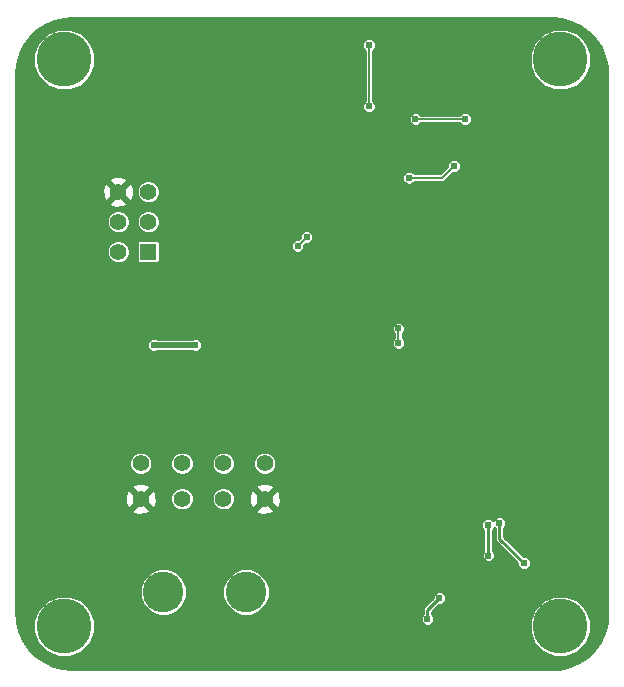
<source format=gbl>
G04 #@! TF.GenerationSoftware,KiCad,Pcbnew,5.0.1-33cea8e~68~ubuntu18.04.1*
G04 #@! TF.CreationDate,2019-04-25T19:51:38-04:00*
G04 #@! TF.ProjectId,IMU,494D552E6B696361645F706362000000,rev?*
G04 #@! TF.SameCoordinates,Original*
G04 #@! TF.FileFunction,Copper,L2,Bot,Signal*
G04 #@! TF.FilePolarity,Positive*
%FSLAX46Y46*%
G04 Gerber Fmt 4.6, Leading zero omitted, Abs format (unit mm)*
G04 Created by KiCad (PCBNEW 5.0.1-33cea8e~68~ubuntu18.04.1) date Thu 25 Apr 2019 07:51:38 PM EDT*
%MOMM*%
%LPD*%
G01*
G04 APERTURE LIST*
G04 #@! TA.AperFunction,ComponentPad*
%ADD10C,4.648200*%
G04 #@! TD*
G04 #@! TA.AperFunction,ComponentPad*
%ADD11R,1.400000X1.400000*%
G04 #@! TD*
G04 #@! TA.AperFunction,ComponentPad*
%ADD12C,1.400000*%
G04 #@! TD*
G04 #@! TA.AperFunction,ComponentPad*
%ADD13C,1.420000*%
G04 #@! TD*
G04 #@! TA.AperFunction,ComponentPad*
%ADD14C,3.450000*%
G04 #@! TD*
G04 #@! TA.AperFunction,ViaPad*
%ADD15C,0.609600*%
G04 #@! TD*
G04 #@! TA.AperFunction,Conductor*
%ADD16C,0.152400*%
G04 #@! TD*
G04 #@! TA.AperFunction,Conductor*
%ADD17C,0.508000*%
G04 #@! TD*
G04 #@! TA.AperFunction,Conductor*
%ADD18C,0.254000*%
G04 #@! TD*
G04 APERTURE END LIST*
D10*
G04 #@! TO.P,REF\002A\002A,*
G04 #@! TO.N,*
X162000000Y-75000000D03*
G04 #@! TD*
G04 #@! TO.P,REF\002A\002A,*
G04 #@! TO.N,*
X162000000Y-123000000D03*
G04 #@! TD*
G04 #@! TO.P,REF\002A\002A,*
G04 #@! TO.N,*
X120000000Y-123000000D03*
G04 #@! TD*
D11*
G04 #@! TO.P,J4,1*
G04 #@! TO.N,/MISO*
X127106680Y-91287600D03*
D12*
G04 #@! TO.P,J4,2*
G04 #@! TO.N,VCC*
X124566680Y-91287600D03*
G04 #@! TO.P,J4,3*
G04 #@! TO.N,/SCK*
X127106680Y-88747600D03*
G04 #@! TO.P,J4,4*
G04 #@! TO.N,/MOSI*
X124566680Y-88747600D03*
G04 #@! TO.P,J4,5*
G04 #@! TO.N,/RESET*
X127106680Y-86207600D03*
G04 #@! TO.P,J4,6*
G04 #@! TO.N,GND*
X124566680Y-86207600D03*
G04 #@! TD*
D13*
G04 #@! TO.P,J1,6*
G04 #@! TO.N,/CANH*
X133476320Y-112188000D03*
G04 #@! TO.P,J1,5*
G04 #@! TO.N,/CANL*
X129976320Y-112188000D03*
G04 #@! TO.P,J1,4*
G04 #@! TO.N,GND*
X126476320Y-112188000D03*
G04 #@! TO.P,J1,3*
G04 #@! TO.N,/12V*
X133476320Y-109188000D03*
G04 #@! TO.P,J1,2*
G04 #@! TO.N,/CANH*
X129976320Y-109188000D03*
G04 #@! TO.P,J1,1*
G04 #@! TO.N,/CANL*
X126476320Y-109188000D03*
D14*
G04 #@! TO.P,J1,*
G04 #@! TO.N,*
X128386320Y-120098000D03*
X135386320Y-120098000D03*
D13*
G04 #@! TO.P,J1,7*
G04 #@! TO.N,/12V*
X136976320Y-109188000D03*
G04 #@! TO.P,J1,8*
G04 #@! TO.N,GND*
X136976320Y-112188000D03*
G04 #@! TD*
D10*
G04 #@! TO.P,REF\002A\002A,*
G04 #@! TO.N,*
X120000000Y-75000000D03*
G04 #@! TD*
D15*
G04 #@! TO.N,GND*
X156342080Y-100812600D03*
X143387880Y-117557840D03*
X143387880Y-119335840D03*
X145673880Y-119335840D03*
X145673880Y-117557840D03*
X161599880Y-108574840D03*
X160583880Y-111368840D03*
X161599880Y-110352840D03*
X160583880Y-109590840D03*
X160329880Y-108574840D03*
X160583880Y-113400840D03*
X161599880Y-112384840D03*
X140139420Y-86321900D03*
X140870940Y-107629960D03*
X132882640Y-94071440D03*
X121462800Y-102316280D03*
X140817600Y-101234240D03*
X146710400Y-90180160D03*
X146461480Y-95656400D03*
X131251960Y-100589080D03*
X154280000Y-74830000D03*
X154770000Y-75640000D03*
X154220000Y-76370000D03*
X154670000Y-77090000D03*
X162143440Y-82590640D03*
X162163760Y-88295480D03*
X117038120Y-79237840D03*
X117094000Y-87177880D03*
X117170200Y-95707200D03*
X116982240Y-104439720D03*
X117043200Y-113045240D03*
X116982240Y-119354600D03*
X122636280Y-120360440D03*
X123169680Y-126100840D03*
X128971040Y-126166880D03*
X135244840Y-126131320D03*
X141279880Y-126029720D03*
X146786600Y-125963680D03*
X152527000Y-125989080D03*
X157891480Y-125907800D03*
X160172400Y-120345200D03*
X165216840Y-120385840D03*
X165196520Y-112989360D03*
X165196520Y-106172000D03*
X165364160Y-99268280D03*
X165364160Y-93040200D03*
X165364160Y-87233760D03*
X165511480Y-79085440D03*
X159903160Y-78861920D03*
X158658560Y-71917560D03*
X123052840Y-78237080D03*
X123809760Y-71821040D03*
X134228840Y-73649840D03*
X152781000Y-71968360D03*
X146248120Y-71876920D03*
X139573000Y-71922640D03*
X131439920Y-71876920D03*
X130190240Y-73822560D03*
X132181600Y-73837800D03*
G04 #@! TO.N,VCC*
X131070000Y-99180000D03*
X127630000Y-99160000D03*
X148300440Y-97774760D03*
X148300440Y-99019521D03*
X145796000Y-73807320D03*
X145816320Y-78983840D03*
G04 #@! TO.N,Net-(C5-Pad2)*
X155922780Y-117003940D03*
X155871980Y-114413140D03*
G04 #@! TO.N,Net-(C11-Pad1)*
X156849880Y-114255840D03*
X158907480Y-117632480D03*
G04 #@! TO.N,Net-(R3-Pad2)*
X150753880Y-122383840D03*
X151769880Y-120605840D03*
G04 #@! TO.N,/MISO2*
X149188271Y-85004809D03*
X153009600Y-83997800D03*
X139760000Y-90790000D03*
X140516832Y-90013168D03*
G04 #@! TO.N,Net-(D8-Pad2)*
X153911357Y-80038525D03*
X149743160Y-80035400D03*
G04 #@! TD*
D16*
G04 #@! TO.N,GND*
X154280000Y-75150000D02*
X154770000Y-75640000D01*
X154280000Y-74830000D02*
X154280000Y-75150000D01*
X154220000Y-76640000D02*
X154670000Y-77090000D01*
X154220000Y-76370000D02*
X154220000Y-76640000D01*
X157810200Y-125989080D02*
X157891480Y-125907800D01*
X152527000Y-125989080D02*
X157810200Y-125989080D01*
X165176200Y-120345200D02*
X165216840Y-120385840D01*
X160172400Y-120345200D02*
X165176200Y-120345200D01*
X165196520Y-112558308D02*
X165227000Y-112527828D01*
X165196520Y-112989360D02*
X165196520Y-112558308D01*
X165196520Y-112497348D02*
X165196520Y-106172000D01*
X165227000Y-112527828D02*
X165196520Y-112497348D01*
X165364160Y-79232760D02*
X165511480Y-79085440D01*
X165364160Y-87233760D02*
X165364160Y-79232760D01*
X158658560Y-77617320D02*
X158658560Y-71917560D01*
X159903160Y-78861920D02*
X158658560Y-77617320D01*
X146339560Y-71968360D02*
X146248120Y-71876920D01*
X152781000Y-71968360D02*
X146339560Y-71968360D01*
X131485640Y-71922640D02*
X131439920Y-71876920D01*
X139573000Y-71922640D02*
X131485640Y-71922640D01*
X123809760Y-77480160D02*
X123052840Y-78237080D01*
X123809760Y-71821040D02*
X123809760Y-77480160D01*
X117038120Y-87122000D02*
X117094000Y-87177880D01*
X117038120Y-79237840D02*
X117038120Y-87122000D01*
X117170200Y-104251760D02*
X116982240Y-104439720D01*
X117170200Y-95707200D02*
X117170200Y-104251760D01*
X117043200Y-119293640D02*
X116982240Y-119354600D01*
X117043200Y-113045240D02*
X117043200Y-119293640D01*
X122636280Y-125567440D02*
X123169680Y-126100840D01*
X122636280Y-120360440D02*
X122636280Y-125567440D01*
X135209280Y-126166880D02*
X135244840Y-126131320D01*
X128971040Y-126166880D02*
X135209280Y-126166880D01*
D17*
G04 #@! TO.N,VCC*
X127650000Y-99180000D02*
X127630000Y-99160000D01*
X131070000Y-99180000D02*
X127650000Y-99180000D01*
D16*
X148300440Y-97774760D02*
X148300440Y-99019521D01*
X148300440Y-99019521D02*
X148300440Y-99090480D01*
X145816320Y-73827640D02*
X145796000Y-73807320D01*
X145816320Y-78983840D02*
X145816320Y-73827640D01*
D18*
G04 #@! TO.N,Net-(C5-Pad2)*
X155871980Y-116953140D02*
X155922780Y-117003940D01*
X155871980Y-114413140D02*
X155871980Y-116953140D01*
G04 #@! TO.N,Net-(C11-Pad1)*
X158907480Y-117632480D02*
X156849880Y-115574880D01*
X156849880Y-115574880D02*
X156849880Y-114255840D01*
G04 #@! TO.N,Net-(R3-Pad2)*
X150753880Y-121621840D02*
X151769880Y-120605840D01*
X150753880Y-122383840D02*
X150753880Y-121621840D01*
D16*
G04 #@! TO.N,/MISO2*
X152002591Y-85004809D02*
X149188271Y-85004809D01*
X153009600Y-83997800D02*
X152002591Y-85004809D01*
X139760000Y-90770000D02*
X140516832Y-90013168D01*
X139760000Y-90790000D02*
X139760000Y-90770000D01*
G04 #@! TO.N,Net-(D8-Pad2)*
X153908232Y-80035400D02*
X153911357Y-80038525D01*
X149743160Y-80035400D02*
X153908232Y-80035400D01*
G04 #@! TD*
D18*
G04 #@! TO.N,GND*
G36*
X162122138Y-71575174D02*
X162927971Y-71795625D01*
X163682032Y-72155295D01*
X164360486Y-72642812D01*
X164941877Y-73242762D01*
X165407847Y-73936197D01*
X165743651Y-74701180D01*
X165939382Y-75516460D01*
X165990601Y-76213924D01*
X165990600Y-121957362D01*
X165991077Y-121959760D01*
X165919906Y-122757218D01*
X165699456Y-123563050D01*
X165339785Y-124317112D01*
X164852268Y-124995566D01*
X164252315Y-125576960D01*
X163558881Y-126042928D01*
X162793900Y-126378731D01*
X161978620Y-126574462D01*
X161333560Y-126621833D01*
X161327363Y-126620600D01*
X120666897Y-126620600D01*
X119817862Y-126544826D01*
X119012030Y-126324376D01*
X118257968Y-125964705D01*
X117579514Y-125477188D01*
X116998120Y-124877235D01*
X116532152Y-124183801D01*
X116196349Y-123418820D01*
X116000618Y-122603540D01*
X115991703Y-122482132D01*
X117396500Y-122482132D01*
X117396500Y-123517868D01*
X117792859Y-124474765D01*
X118525235Y-125207141D01*
X119482132Y-125603500D01*
X120517868Y-125603500D01*
X121474765Y-125207141D01*
X122207141Y-124474765D01*
X122603500Y-123517868D01*
X122603500Y-122482132D01*
X122514653Y-122267635D01*
X150169680Y-122267635D01*
X150169680Y-122500045D01*
X150258619Y-122714763D01*
X150422957Y-122879101D01*
X150637675Y-122968040D01*
X150870085Y-122968040D01*
X151084803Y-122879101D01*
X151249141Y-122714763D01*
X151338080Y-122500045D01*
X151338080Y-122482132D01*
X159396500Y-122482132D01*
X159396500Y-123517868D01*
X159792859Y-124474765D01*
X160525235Y-125207141D01*
X161482132Y-125603500D01*
X162517868Y-125603500D01*
X163474765Y-125207141D01*
X164207141Y-124474765D01*
X164603500Y-123517868D01*
X164603500Y-122482132D01*
X164207141Y-121525235D01*
X163474765Y-120792859D01*
X162517868Y-120396500D01*
X161482132Y-120396500D01*
X160525235Y-120792859D01*
X159792859Y-121525235D01*
X159396500Y-122482132D01*
X151338080Y-122482132D01*
X151338080Y-122267635D01*
X151249141Y-122052917D01*
X151160280Y-121964056D01*
X151160280Y-121790175D01*
X151760416Y-121190040D01*
X151886085Y-121190040D01*
X152100803Y-121101101D01*
X152265141Y-120936763D01*
X152354080Y-120722045D01*
X152354080Y-120489635D01*
X152265141Y-120274917D01*
X152100803Y-120110579D01*
X151886085Y-120021640D01*
X151653675Y-120021640D01*
X151438957Y-120110579D01*
X151274619Y-120274917D01*
X151185680Y-120489635D01*
X151185680Y-120615304D01*
X150494813Y-121306172D01*
X150460884Y-121328843D01*
X150438213Y-121362772D01*
X150438212Y-121362773D01*
X150371061Y-121463271D01*
X150339520Y-121621840D01*
X150347481Y-121661863D01*
X150347481Y-121964055D01*
X150258619Y-122052917D01*
X150169680Y-122267635D01*
X122514653Y-122267635D01*
X122207141Y-121525235D01*
X121474765Y-120792859D01*
X120517868Y-120396500D01*
X119482132Y-120396500D01*
X118525235Y-120792859D01*
X117792859Y-121525235D01*
X117396500Y-122482132D01*
X115991703Y-122482132D01*
X115949400Y-121906089D01*
X115949400Y-119699300D01*
X126381920Y-119699300D01*
X126381920Y-120496700D01*
X126687071Y-121233402D01*
X127250918Y-121797249D01*
X127987620Y-122102400D01*
X128785020Y-122102400D01*
X129521722Y-121797249D01*
X130085569Y-121233402D01*
X130390720Y-120496700D01*
X130390720Y-119699300D01*
X133381920Y-119699300D01*
X133381920Y-120496700D01*
X133687071Y-121233402D01*
X134250918Y-121797249D01*
X134987620Y-122102400D01*
X135785020Y-122102400D01*
X136521722Y-121797249D01*
X137085569Y-121233402D01*
X137390720Y-120496700D01*
X137390720Y-119699300D01*
X137085569Y-118962598D01*
X136521722Y-118398751D01*
X135785020Y-118093600D01*
X134987620Y-118093600D01*
X134250918Y-118398751D01*
X133687071Y-118962598D01*
X133381920Y-119699300D01*
X130390720Y-119699300D01*
X130085569Y-118962598D01*
X129521722Y-118398751D01*
X128785020Y-118093600D01*
X127987620Y-118093600D01*
X127250918Y-118398751D01*
X126687071Y-118962598D01*
X126381920Y-119699300D01*
X115949400Y-119699300D01*
X115949400Y-114296935D01*
X155287780Y-114296935D01*
X155287780Y-114529345D01*
X155376719Y-114744063D01*
X155465580Y-114832924D01*
X155465581Y-116634955D01*
X155427519Y-116673017D01*
X155338580Y-116887735D01*
X155338580Y-117120145D01*
X155427519Y-117334863D01*
X155591857Y-117499201D01*
X155806575Y-117588140D01*
X156038985Y-117588140D01*
X156253703Y-117499201D01*
X156418041Y-117334863D01*
X156506980Y-117120145D01*
X156506980Y-116887735D01*
X156418041Y-116673017D01*
X156278380Y-116533356D01*
X156278380Y-114832924D01*
X156367241Y-114744063D01*
X156409616Y-114641760D01*
X156443481Y-114675625D01*
X156443480Y-115534862D01*
X156435520Y-115574880D01*
X156443480Y-115614898D01*
X156443480Y-115614902D01*
X156467060Y-115733448D01*
X156556883Y-115867877D01*
X156590815Y-115890550D01*
X158323280Y-117623016D01*
X158323280Y-117748685D01*
X158412219Y-117963403D01*
X158576557Y-118127741D01*
X158791275Y-118216680D01*
X159023685Y-118216680D01*
X159238403Y-118127741D01*
X159402741Y-117963403D01*
X159491680Y-117748685D01*
X159491680Y-117516275D01*
X159402741Y-117301557D01*
X159238403Y-117137219D01*
X159023685Y-117048280D01*
X158898016Y-117048280D01*
X157256280Y-115406545D01*
X157256280Y-114675624D01*
X157345141Y-114586763D01*
X157434080Y-114372045D01*
X157434080Y-114139635D01*
X157345141Y-113924917D01*
X157180803Y-113760579D01*
X156966085Y-113671640D01*
X156733675Y-113671640D01*
X156518957Y-113760579D01*
X156354619Y-113924917D01*
X156312244Y-114027220D01*
X156202903Y-113917879D01*
X155988185Y-113828940D01*
X155755775Y-113828940D01*
X155541057Y-113917879D01*
X155376719Y-114082217D01*
X155287780Y-114296935D01*
X115949400Y-114296935D01*
X115949400Y-113130525D01*
X125713401Y-113130525D01*
X125776470Y-113367327D01*
X126281052Y-113545377D01*
X126815361Y-113516779D01*
X127176170Y-113367327D01*
X127239239Y-113130525D01*
X126476320Y-112367605D01*
X125713401Y-113130525D01*
X115949400Y-113130525D01*
X115949400Y-111992732D01*
X125118943Y-111992732D01*
X125147541Y-112527041D01*
X125296993Y-112887850D01*
X125533795Y-112950919D01*
X126296715Y-112188000D01*
X126655925Y-112188000D01*
X127418845Y-112950919D01*
X127655647Y-112887850D01*
X127833697Y-112383268D01*
X127812712Y-111991196D01*
X128986920Y-111991196D01*
X128986920Y-112384804D01*
X129137548Y-112748450D01*
X129415870Y-113026772D01*
X129779516Y-113177400D01*
X130173124Y-113177400D01*
X130536770Y-113026772D01*
X130815092Y-112748450D01*
X130965720Y-112384804D01*
X130965720Y-111991196D01*
X132486920Y-111991196D01*
X132486920Y-112384804D01*
X132637548Y-112748450D01*
X132915870Y-113026772D01*
X133279516Y-113177400D01*
X133673124Y-113177400D01*
X133786289Y-113130525D01*
X136213401Y-113130525D01*
X136276470Y-113367327D01*
X136781052Y-113545377D01*
X137315361Y-113516779D01*
X137676170Y-113367327D01*
X137739239Y-113130525D01*
X136976320Y-112367605D01*
X136213401Y-113130525D01*
X133786289Y-113130525D01*
X134036770Y-113026772D01*
X134315092Y-112748450D01*
X134465720Y-112384804D01*
X134465720Y-111992732D01*
X135618943Y-111992732D01*
X135647541Y-112527041D01*
X135796993Y-112887850D01*
X136033795Y-112950919D01*
X136796715Y-112188000D01*
X137155925Y-112188000D01*
X137918845Y-112950919D01*
X138155647Y-112887850D01*
X138333697Y-112383268D01*
X138305099Y-111848959D01*
X138155647Y-111488150D01*
X137918845Y-111425081D01*
X137155925Y-112188000D01*
X136796715Y-112188000D01*
X136033795Y-111425081D01*
X135796993Y-111488150D01*
X135618943Y-111992732D01*
X134465720Y-111992732D01*
X134465720Y-111991196D01*
X134315092Y-111627550D01*
X134036770Y-111349228D01*
X133786290Y-111245475D01*
X136213401Y-111245475D01*
X136976320Y-112008395D01*
X137739239Y-111245475D01*
X137676170Y-111008673D01*
X137171588Y-110830623D01*
X136637279Y-110859221D01*
X136276470Y-111008673D01*
X136213401Y-111245475D01*
X133786290Y-111245475D01*
X133673124Y-111198600D01*
X133279516Y-111198600D01*
X132915870Y-111349228D01*
X132637548Y-111627550D01*
X132486920Y-111991196D01*
X130965720Y-111991196D01*
X130815092Y-111627550D01*
X130536770Y-111349228D01*
X130173124Y-111198600D01*
X129779516Y-111198600D01*
X129415870Y-111349228D01*
X129137548Y-111627550D01*
X128986920Y-111991196D01*
X127812712Y-111991196D01*
X127805099Y-111848959D01*
X127655647Y-111488150D01*
X127418845Y-111425081D01*
X126655925Y-112188000D01*
X126296715Y-112188000D01*
X125533795Y-111425081D01*
X125296993Y-111488150D01*
X125118943Y-111992732D01*
X115949400Y-111992732D01*
X115949400Y-111245475D01*
X125713401Y-111245475D01*
X126476320Y-112008395D01*
X127239239Y-111245475D01*
X127176170Y-111008673D01*
X126671588Y-110830623D01*
X126137279Y-110859221D01*
X125776470Y-111008673D01*
X125713401Y-111245475D01*
X115949400Y-111245475D01*
X115949400Y-108991196D01*
X125486920Y-108991196D01*
X125486920Y-109384804D01*
X125637548Y-109748450D01*
X125915870Y-110026772D01*
X126279516Y-110177400D01*
X126673124Y-110177400D01*
X127036770Y-110026772D01*
X127315092Y-109748450D01*
X127465720Y-109384804D01*
X127465720Y-108991196D01*
X128986920Y-108991196D01*
X128986920Y-109384804D01*
X129137548Y-109748450D01*
X129415870Y-110026772D01*
X129779516Y-110177400D01*
X130173124Y-110177400D01*
X130536770Y-110026772D01*
X130815092Y-109748450D01*
X130965720Y-109384804D01*
X130965720Y-108991196D01*
X132486920Y-108991196D01*
X132486920Y-109384804D01*
X132637548Y-109748450D01*
X132915870Y-110026772D01*
X133279516Y-110177400D01*
X133673124Y-110177400D01*
X134036770Y-110026772D01*
X134315092Y-109748450D01*
X134465720Y-109384804D01*
X134465720Y-108991196D01*
X135986920Y-108991196D01*
X135986920Y-109384804D01*
X136137548Y-109748450D01*
X136415870Y-110026772D01*
X136779516Y-110177400D01*
X137173124Y-110177400D01*
X137536770Y-110026772D01*
X137815092Y-109748450D01*
X137965720Y-109384804D01*
X137965720Y-108991196D01*
X137815092Y-108627550D01*
X137536770Y-108349228D01*
X137173124Y-108198600D01*
X136779516Y-108198600D01*
X136415870Y-108349228D01*
X136137548Y-108627550D01*
X135986920Y-108991196D01*
X134465720Y-108991196D01*
X134315092Y-108627550D01*
X134036770Y-108349228D01*
X133673124Y-108198600D01*
X133279516Y-108198600D01*
X132915870Y-108349228D01*
X132637548Y-108627550D01*
X132486920Y-108991196D01*
X130965720Y-108991196D01*
X130815092Y-108627550D01*
X130536770Y-108349228D01*
X130173124Y-108198600D01*
X129779516Y-108198600D01*
X129415870Y-108349228D01*
X129137548Y-108627550D01*
X128986920Y-108991196D01*
X127465720Y-108991196D01*
X127315092Y-108627550D01*
X127036770Y-108349228D01*
X126673124Y-108198600D01*
X126279516Y-108198600D01*
X125915870Y-108349228D01*
X125637548Y-108627550D01*
X125486920Y-108991196D01*
X115949400Y-108991196D01*
X115949400Y-99043795D01*
X127045800Y-99043795D01*
X127045800Y-99276205D01*
X127134739Y-99490923D01*
X127299077Y-99655261D01*
X127513795Y-99744200D01*
X127746205Y-99744200D01*
X127820563Y-99713400D01*
X130831153Y-99713400D01*
X130953795Y-99764200D01*
X131186205Y-99764200D01*
X131400923Y-99675261D01*
X131565261Y-99510923D01*
X131654200Y-99296205D01*
X131654200Y-99063795D01*
X131565261Y-98849077D01*
X131400923Y-98684739D01*
X131186205Y-98595800D01*
X130953795Y-98595800D01*
X130831153Y-98646600D01*
X127917132Y-98646600D01*
X127746205Y-98575800D01*
X127513795Y-98575800D01*
X127299077Y-98664739D01*
X127134739Y-98829077D01*
X127045800Y-99043795D01*
X115949400Y-99043795D01*
X115949400Y-97658555D01*
X147716240Y-97658555D01*
X147716240Y-97890965D01*
X147805179Y-98105683D01*
X147944840Y-98245344D01*
X147944841Y-98548936D01*
X147805179Y-98688598D01*
X147716240Y-98903316D01*
X147716240Y-99135726D01*
X147805179Y-99350444D01*
X147969517Y-99514782D01*
X148184235Y-99603721D01*
X148416645Y-99603721D01*
X148631363Y-99514782D01*
X148795701Y-99350444D01*
X148884640Y-99135726D01*
X148884640Y-98903316D01*
X148795701Y-98688598D01*
X148656040Y-98548937D01*
X148656040Y-98245344D01*
X148795701Y-98105683D01*
X148884640Y-97890965D01*
X148884640Y-97658555D01*
X148795701Y-97443837D01*
X148631363Y-97279499D01*
X148416645Y-97190560D01*
X148184235Y-97190560D01*
X147969517Y-97279499D01*
X147805179Y-97443837D01*
X147716240Y-97658555D01*
X115949400Y-97658555D01*
X115949400Y-91092785D01*
X123587280Y-91092785D01*
X123587280Y-91482415D01*
X123736384Y-91842386D01*
X124011894Y-92117896D01*
X124371865Y-92267000D01*
X124761495Y-92267000D01*
X125121466Y-92117896D01*
X125396976Y-91842386D01*
X125546080Y-91482415D01*
X125546080Y-91092785D01*
X125396976Y-90732814D01*
X125251762Y-90587600D01*
X126121807Y-90587600D01*
X126121807Y-91987600D01*
X126143492Y-92096616D01*
X126205244Y-92189036D01*
X126297664Y-92250788D01*
X126406680Y-92272473D01*
X127806680Y-92272473D01*
X127915696Y-92250788D01*
X128008116Y-92189036D01*
X128069868Y-92096616D01*
X128091553Y-91987600D01*
X128091553Y-90673795D01*
X139175800Y-90673795D01*
X139175800Y-90906205D01*
X139264739Y-91120923D01*
X139429077Y-91285261D01*
X139643795Y-91374200D01*
X139876205Y-91374200D01*
X140090923Y-91285261D01*
X140255261Y-91120923D01*
X140344200Y-90906205D01*
X140344200Y-90688694D01*
X140435526Y-90597368D01*
X140633037Y-90597368D01*
X140847755Y-90508429D01*
X141012093Y-90344091D01*
X141101032Y-90129373D01*
X141101032Y-89896963D01*
X141012093Y-89682245D01*
X140847755Y-89517907D01*
X140633037Y-89428968D01*
X140400627Y-89428968D01*
X140185909Y-89517907D01*
X140021571Y-89682245D01*
X139932632Y-89896963D01*
X139932632Y-90094474D01*
X139821306Y-90205800D01*
X139643795Y-90205800D01*
X139429077Y-90294739D01*
X139264739Y-90459077D01*
X139175800Y-90673795D01*
X128091553Y-90673795D01*
X128091553Y-90587600D01*
X128069868Y-90478584D01*
X128008116Y-90386164D01*
X127915696Y-90324412D01*
X127806680Y-90302727D01*
X126406680Y-90302727D01*
X126297664Y-90324412D01*
X126205244Y-90386164D01*
X126143492Y-90478584D01*
X126121807Y-90587600D01*
X125251762Y-90587600D01*
X125121466Y-90457304D01*
X124761495Y-90308200D01*
X124371865Y-90308200D01*
X124011894Y-90457304D01*
X123736384Y-90732814D01*
X123587280Y-91092785D01*
X115949400Y-91092785D01*
X115949400Y-88552785D01*
X123587280Y-88552785D01*
X123587280Y-88942415D01*
X123736384Y-89302386D01*
X124011894Y-89577896D01*
X124371865Y-89727000D01*
X124761495Y-89727000D01*
X125121466Y-89577896D01*
X125396976Y-89302386D01*
X125546080Y-88942415D01*
X125546080Y-88552785D01*
X126127280Y-88552785D01*
X126127280Y-88942415D01*
X126276384Y-89302386D01*
X126551894Y-89577896D01*
X126911865Y-89727000D01*
X127301495Y-89727000D01*
X127661466Y-89577896D01*
X127936976Y-89302386D01*
X128086080Y-88942415D01*
X128086080Y-88552785D01*
X127936976Y-88192814D01*
X127661466Y-87917304D01*
X127301495Y-87768200D01*
X126911865Y-87768200D01*
X126551894Y-87917304D01*
X126276384Y-88192814D01*
X126127280Y-88552785D01*
X125546080Y-88552785D01*
X125396976Y-88192814D01*
X125121466Y-87917304D01*
X124761495Y-87768200D01*
X124371865Y-87768200D01*
X124011894Y-87917304D01*
X123736384Y-88192814D01*
X123587280Y-88552785D01*
X115949400Y-88552785D01*
X115949400Y-87142875D01*
X123811011Y-87142875D01*
X123872849Y-87378642D01*
X124373802Y-87555019D01*
X124904120Y-87526264D01*
X125260511Y-87378642D01*
X125322349Y-87142875D01*
X124566680Y-86387205D01*
X123811011Y-87142875D01*
X115949400Y-87142875D01*
X115949400Y-86014722D01*
X123219261Y-86014722D01*
X123248016Y-86545040D01*
X123395638Y-86901431D01*
X123631405Y-86963269D01*
X124387075Y-86207600D01*
X124746285Y-86207600D01*
X125501955Y-86963269D01*
X125737722Y-86901431D01*
X125914099Y-86400478D01*
X125893078Y-86012785D01*
X126127280Y-86012785D01*
X126127280Y-86402415D01*
X126276384Y-86762386D01*
X126551894Y-87037896D01*
X126911865Y-87187000D01*
X127301495Y-87187000D01*
X127661466Y-87037896D01*
X127936976Y-86762386D01*
X128086080Y-86402415D01*
X128086080Y-86012785D01*
X127936976Y-85652814D01*
X127661466Y-85377304D01*
X127301495Y-85228200D01*
X126911865Y-85228200D01*
X126551894Y-85377304D01*
X126276384Y-85652814D01*
X126127280Y-86012785D01*
X125893078Y-86012785D01*
X125885344Y-85870160D01*
X125737722Y-85513769D01*
X125501955Y-85451931D01*
X124746285Y-86207600D01*
X124387075Y-86207600D01*
X123631405Y-85451931D01*
X123395638Y-85513769D01*
X123219261Y-86014722D01*
X115949400Y-86014722D01*
X115949400Y-85272325D01*
X123811011Y-85272325D01*
X124566680Y-86027995D01*
X125322349Y-85272325D01*
X125260511Y-85036558D01*
X124840287Y-84888604D01*
X148604071Y-84888604D01*
X148604071Y-85121014D01*
X148693010Y-85335732D01*
X148857348Y-85500070D01*
X149072066Y-85589009D01*
X149304476Y-85589009D01*
X149519194Y-85500070D01*
X149658855Y-85360409D01*
X151967571Y-85360409D01*
X152002591Y-85367375D01*
X152037611Y-85360409D01*
X152141339Y-85339776D01*
X152258964Y-85261182D01*
X152278802Y-85231492D01*
X152928295Y-84582000D01*
X153125805Y-84582000D01*
X153340523Y-84493061D01*
X153504861Y-84328723D01*
X153593800Y-84114005D01*
X153593800Y-83881595D01*
X153504861Y-83666877D01*
X153340523Y-83502539D01*
X153125805Y-83413600D01*
X152893395Y-83413600D01*
X152678677Y-83502539D01*
X152514339Y-83666877D01*
X152425400Y-83881595D01*
X152425400Y-84079105D01*
X151855297Y-84649209D01*
X149658855Y-84649209D01*
X149519194Y-84509548D01*
X149304476Y-84420609D01*
X149072066Y-84420609D01*
X148857348Y-84509548D01*
X148693010Y-84673886D01*
X148604071Y-84888604D01*
X124840287Y-84888604D01*
X124759558Y-84860181D01*
X124229240Y-84888936D01*
X123872849Y-85036558D01*
X123811011Y-85272325D01*
X115949400Y-85272325D01*
X115949400Y-79919195D01*
X149158960Y-79919195D01*
X149158960Y-80151605D01*
X149247899Y-80366323D01*
X149412237Y-80530661D01*
X149626955Y-80619600D01*
X149859365Y-80619600D01*
X150074083Y-80530661D01*
X150213744Y-80391000D01*
X153437648Y-80391000D01*
X153580434Y-80533786D01*
X153795152Y-80622725D01*
X154027562Y-80622725D01*
X154242280Y-80533786D01*
X154406618Y-80369448D01*
X154495557Y-80154730D01*
X154495557Y-79922320D01*
X154406618Y-79707602D01*
X154242280Y-79543264D01*
X154027562Y-79454325D01*
X153795152Y-79454325D01*
X153580434Y-79543264D01*
X153443898Y-79679800D01*
X150213744Y-79679800D01*
X150074083Y-79540139D01*
X149859365Y-79451200D01*
X149626955Y-79451200D01*
X149412237Y-79540139D01*
X149247899Y-79704477D01*
X149158960Y-79919195D01*
X115949400Y-79919195D01*
X115949400Y-76216896D01*
X116025174Y-75367862D01*
X116245625Y-74562029D01*
X116283734Y-74482132D01*
X117396500Y-74482132D01*
X117396500Y-75517868D01*
X117792859Y-76474765D01*
X118525235Y-77207141D01*
X119482132Y-77603500D01*
X120517868Y-77603500D01*
X121474765Y-77207141D01*
X122207141Y-76474765D01*
X122603500Y-75517868D01*
X122603500Y-74482132D01*
X122275851Y-73691115D01*
X145211800Y-73691115D01*
X145211800Y-73923525D01*
X145300739Y-74138243D01*
X145460721Y-74298225D01*
X145460720Y-78513256D01*
X145321059Y-78652917D01*
X145232120Y-78867635D01*
X145232120Y-79100045D01*
X145321059Y-79314763D01*
X145485397Y-79479101D01*
X145700115Y-79568040D01*
X145932525Y-79568040D01*
X146147243Y-79479101D01*
X146311581Y-79314763D01*
X146400520Y-79100045D01*
X146400520Y-78867635D01*
X146311581Y-78652917D01*
X146171920Y-78513256D01*
X146171920Y-74482132D01*
X159396500Y-74482132D01*
X159396500Y-75517868D01*
X159792859Y-76474765D01*
X160525235Y-77207141D01*
X161482132Y-77603500D01*
X162517868Y-77603500D01*
X163474765Y-77207141D01*
X164207141Y-76474765D01*
X164603500Y-75517868D01*
X164603500Y-74482132D01*
X164207141Y-73525235D01*
X163474765Y-72792859D01*
X162517868Y-72396500D01*
X161482132Y-72396500D01*
X160525235Y-72792859D01*
X159792859Y-73525235D01*
X159396500Y-74482132D01*
X146171920Y-74482132D01*
X146171920Y-74257584D01*
X146291261Y-74138243D01*
X146380200Y-73923525D01*
X146380200Y-73691115D01*
X146291261Y-73476397D01*
X146126923Y-73312059D01*
X145912205Y-73223120D01*
X145679795Y-73223120D01*
X145465077Y-73312059D01*
X145300739Y-73476397D01*
X145211800Y-73691115D01*
X122275851Y-73691115D01*
X122207141Y-73525235D01*
X121474765Y-72792859D01*
X120517868Y-72396500D01*
X119482132Y-72396500D01*
X118525235Y-72792859D01*
X117792859Y-73525235D01*
X117396500Y-74482132D01*
X116283734Y-74482132D01*
X116605295Y-73807968D01*
X117092812Y-73129514D01*
X117692762Y-72548123D01*
X118386197Y-72082153D01*
X119151180Y-71746349D01*
X119966460Y-71550618D01*
X120663910Y-71499400D01*
X161273104Y-71499400D01*
X162122138Y-71575174D01*
X162122138Y-71575174D01*
G37*
X162122138Y-71575174D02*
X162927971Y-71795625D01*
X163682032Y-72155295D01*
X164360486Y-72642812D01*
X164941877Y-73242762D01*
X165407847Y-73936197D01*
X165743651Y-74701180D01*
X165939382Y-75516460D01*
X165990601Y-76213924D01*
X165990600Y-121957362D01*
X165991077Y-121959760D01*
X165919906Y-122757218D01*
X165699456Y-123563050D01*
X165339785Y-124317112D01*
X164852268Y-124995566D01*
X164252315Y-125576960D01*
X163558881Y-126042928D01*
X162793900Y-126378731D01*
X161978620Y-126574462D01*
X161333560Y-126621833D01*
X161327363Y-126620600D01*
X120666897Y-126620600D01*
X119817862Y-126544826D01*
X119012030Y-126324376D01*
X118257968Y-125964705D01*
X117579514Y-125477188D01*
X116998120Y-124877235D01*
X116532152Y-124183801D01*
X116196349Y-123418820D01*
X116000618Y-122603540D01*
X115991703Y-122482132D01*
X117396500Y-122482132D01*
X117396500Y-123517868D01*
X117792859Y-124474765D01*
X118525235Y-125207141D01*
X119482132Y-125603500D01*
X120517868Y-125603500D01*
X121474765Y-125207141D01*
X122207141Y-124474765D01*
X122603500Y-123517868D01*
X122603500Y-122482132D01*
X122514653Y-122267635D01*
X150169680Y-122267635D01*
X150169680Y-122500045D01*
X150258619Y-122714763D01*
X150422957Y-122879101D01*
X150637675Y-122968040D01*
X150870085Y-122968040D01*
X151084803Y-122879101D01*
X151249141Y-122714763D01*
X151338080Y-122500045D01*
X151338080Y-122482132D01*
X159396500Y-122482132D01*
X159396500Y-123517868D01*
X159792859Y-124474765D01*
X160525235Y-125207141D01*
X161482132Y-125603500D01*
X162517868Y-125603500D01*
X163474765Y-125207141D01*
X164207141Y-124474765D01*
X164603500Y-123517868D01*
X164603500Y-122482132D01*
X164207141Y-121525235D01*
X163474765Y-120792859D01*
X162517868Y-120396500D01*
X161482132Y-120396500D01*
X160525235Y-120792859D01*
X159792859Y-121525235D01*
X159396500Y-122482132D01*
X151338080Y-122482132D01*
X151338080Y-122267635D01*
X151249141Y-122052917D01*
X151160280Y-121964056D01*
X151160280Y-121790175D01*
X151760416Y-121190040D01*
X151886085Y-121190040D01*
X152100803Y-121101101D01*
X152265141Y-120936763D01*
X152354080Y-120722045D01*
X152354080Y-120489635D01*
X152265141Y-120274917D01*
X152100803Y-120110579D01*
X151886085Y-120021640D01*
X151653675Y-120021640D01*
X151438957Y-120110579D01*
X151274619Y-120274917D01*
X151185680Y-120489635D01*
X151185680Y-120615304D01*
X150494813Y-121306172D01*
X150460884Y-121328843D01*
X150438213Y-121362772D01*
X150438212Y-121362773D01*
X150371061Y-121463271D01*
X150339520Y-121621840D01*
X150347481Y-121661863D01*
X150347481Y-121964055D01*
X150258619Y-122052917D01*
X150169680Y-122267635D01*
X122514653Y-122267635D01*
X122207141Y-121525235D01*
X121474765Y-120792859D01*
X120517868Y-120396500D01*
X119482132Y-120396500D01*
X118525235Y-120792859D01*
X117792859Y-121525235D01*
X117396500Y-122482132D01*
X115991703Y-122482132D01*
X115949400Y-121906089D01*
X115949400Y-119699300D01*
X126381920Y-119699300D01*
X126381920Y-120496700D01*
X126687071Y-121233402D01*
X127250918Y-121797249D01*
X127987620Y-122102400D01*
X128785020Y-122102400D01*
X129521722Y-121797249D01*
X130085569Y-121233402D01*
X130390720Y-120496700D01*
X130390720Y-119699300D01*
X133381920Y-119699300D01*
X133381920Y-120496700D01*
X133687071Y-121233402D01*
X134250918Y-121797249D01*
X134987620Y-122102400D01*
X135785020Y-122102400D01*
X136521722Y-121797249D01*
X137085569Y-121233402D01*
X137390720Y-120496700D01*
X137390720Y-119699300D01*
X137085569Y-118962598D01*
X136521722Y-118398751D01*
X135785020Y-118093600D01*
X134987620Y-118093600D01*
X134250918Y-118398751D01*
X133687071Y-118962598D01*
X133381920Y-119699300D01*
X130390720Y-119699300D01*
X130085569Y-118962598D01*
X129521722Y-118398751D01*
X128785020Y-118093600D01*
X127987620Y-118093600D01*
X127250918Y-118398751D01*
X126687071Y-118962598D01*
X126381920Y-119699300D01*
X115949400Y-119699300D01*
X115949400Y-114296935D01*
X155287780Y-114296935D01*
X155287780Y-114529345D01*
X155376719Y-114744063D01*
X155465580Y-114832924D01*
X155465581Y-116634955D01*
X155427519Y-116673017D01*
X155338580Y-116887735D01*
X155338580Y-117120145D01*
X155427519Y-117334863D01*
X155591857Y-117499201D01*
X155806575Y-117588140D01*
X156038985Y-117588140D01*
X156253703Y-117499201D01*
X156418041Y-117334863D01*
X156506980Y-117120145D01*
X156506980Y-116887735D01*
X156418041Y-116673017D01*
X156278380Y-116533356D01*
X156278380Y-114832924D01*
X156367241Y-114744063D01*
X156409616Y-114641760D01*
X156443481Y-114675625D01*
X156443480Y-115534862D01*
X156435520Y-115574880D01*
X156443480Y-115614898D01*
X156443480Y-115614902D01*
X156467060Y-115733448D01*
X156556883Y-115867877D01*
X156590815Y-115890550D01*
X158323280Y-117623016D01*
X158323280Y-117748685D01*
X158412219Y-117963403D01*
X158576557Y-118127741D01*
X158791275Y-118216680D01*
X159023685Y-118216680D01*
X159238403Y-118127741D01*
X159402741Y-117963403D01*
X159491680Y-117748685D01*
X159491680Y-117516275D01*
X159402741Y-117301557D01*
X159238403Y-117137219D01*
X159023685Y-117048280D01*
X158898016Y-117048280D01*
X157256280Y-115406545D01*
X157256280Y-114675624D01*
X157345141Y-114586763D01*
X157434080Y-114372045D01*
X157434080Y-114139635D01*
X157345141Y-113924917D01*
X157180803Y-113760579D01*
X156966085Y-113671640D01*
X156733675Y-113671640D01*
X156518957Y-113760579D01*
X156354619Y-113924917D01*
X156312244Y-114027220D01*
X156202903Y-113917879D01*
X155988185Y-113828940D01*
X155755775Y-113828940D01*
X155541057Y-113917879D01*
X155376719Y-114082217D01*
X155287780Y-114296935D01*
X115949400Y-114296935D01*
X115949400Y-113130525D01*
X125713401Y-113130525D01*
X125776470Y-113367327D01*
X126281052Y-113545377D01*
X126815361Y-113516779D01*
X127176170Y-113367327D01*
X127239239Y-113130525D01*
X126476320Y-112367605D01*
X125713401Y-113130525D01*
X115949400Y-113130525D01*
X115949400Y-111992732D01*
X125118943Y-111992732D01*
X125147541Y-112527041D01*
X125296993Y-112887850D01*
X125533795Y-112950919D01*
X126296715Y-112188000D01*
X126655925Y-112188000D01*
X127418845Y-112950919D01*
X127655647Y-112887850D01*
X127833697Y-112383268D01*
X127812712Y-111991196D01*
X128986920Y-111991196D01*
X128986920Y-112384804D01*
X129137548Y-112748450D01*
X129415870Y-113026772D01*
X129779516Y-113177400D01*
X130173124Y-113177400D01*
X130536770Y-113026772D01*
X130815092Y-112748450D01*
X130965720Y-112384804D01*
X130965720Y-111991196D01*
X132486920Y-111991196D01*
X132486920Y-112384804D01*
X132637548Y-112748450D01*
X132915870Y-113026772D01*
X133279516Y-113177400D01*
X133673124Y-113177400D01*
X133786289Y-113130525D01*
X136213401Y-113130525D01*
X136276470Y-113367327D01*
X136781052Y-113545377D01*
X137315361Y-113516779D01*
X137676170Y-113367327D01*
X137739239Y-113130525D01*
X136976320Y-112367605D01*
X136213401Y-113130525D01*
X133786289Y-113130525D01*
X134036770Y-113026772D01*
X134315092Y-112748450D01*
X134465720Y-112384804D01*
X134465720Y-111992732D01*
X135618943Y-111992732D01*
X135647541Y-112527041D01*
X135796993Y-112887850D01*
X136033795Y-112950919D01*
X136796715Y-112188000D01*
X137155925Y-112188000D01*
X137918845Y-112950919D01*
X138155647Y-112887850D01*
X138333697Y-112383268D01*
X138305099Y-111848959D01*
X138155647Y-111488150D01*
X137918845Y-111425081D01*
X137155925Y-112188000D01*
X136796715Y-112188000D01*
X136033795Y-111425081D01*
X135796993Y-111488150D01*
X135618943Y-111992732D01*
X134465720Y-111992732D01*
X134465720Y-111991196D01*
X134315092Y-111627550D01*
X134036770Y-111349228D01*
X133786290Y-111245475D01*
X136213401Y-111245475D01*
X136976320Y-112008395D01*
X137739239Y-111245475D01*
X137676170Y-111008673D01*
X137171588Y-110830623D01*
X136637279Y-110859221D01*
X136276470Y-111008673D01*
X136213401Y-111245475D01*
X133786290Y-111245475D01*
X133673124Y-111198600D01*
X133279516Y-111198600D01*
X132915870Y-111349228D01*
X132637548Y-111627550D01*
X132486920Y-111991196D01*
X130965720Y-111991196D01*
X130815092Y-111627550D01*
X130536770Y-111349228D01*
X130173124Y-111198600D01*
X129779516Y-111198600D01*
X129415870Y-111349228D01*
X129137548Y-111627550D01*
X128986920Y-111991196D01*
X127812712Y-111991196D01*
X127805099Y-111848959D01*
X127655647Y-111488150D01*
X127418845Y-111425081D01*
X126655925Y-112188000D01*
X126296715Y-112188000D01*
X125533795Y-111425081D01*
X125296993Y-111488150D01*
X125118943Y-111992732D01*
X115949400Y-111992732D01*
X115949400Y-111245475D01*
X125713401Y-111245475D01*
X126476320Y-112008395D01*
X127239239Y-111245475D01*
X127176170Y-111008673D01*
X126671588Y-110830623D01*
X126137279Y-110859221D01*
X125776470Y-111008673D01*
X125713401Y-111245475D01*
X115949400Y-111245475D01*
X115949400Y-108991196D01*
X125486920Y-108991196D01*
X125486920Y-109384804D01*
X125637548Y-109748450D01*
X125915870Y-110026772D01*
X126279516Y-110177400D01*
X126673124Y-110177400D01*
X127036770Y-110026772D01*
X127315092Y-109748450D01*
X127465720Y-109384804D01*
X127465720Y-108991196D01*
X128986920Y-108991196D01*
X128986920Y-109384804D01*
X129137548Y-109748450D01*
X129415870Y-110026772D01*
X129779516Y-110177400D01*
X130173124Y-110177400D01*
X130536770Y-110026772D01*
X130815092Y-109748450D01*
X130965720Y-109384804D01*
X130965720Y-108991196D01*
X132486920Y-108991196D01*
X132486920Y-109384804D01*
X132637548Y-109748450D01*
X132915870Y-110026772D01*
X133279516Y-110177400D01*
X133673124Y-110177400D01*
X134036770Y-110026772D01*
X134315092Y-109748450D01*
X134465720Y-109384804D01*
X134465720Y-108991196D01*
X135986920Y-108991196D01*
X135986920Y-109384804D01*
X136137548Y-109748450D01*
X136415870Y-110026772D01*
X136779516Y-110177400D01*
X137173124Y-110177400D01*
X137536770Y-110026772D01*
X137815092Y-109748450D01*
X137965720Y-109384804D01*
X137965720Y-108991196D01*
X137815092Y-108627550D01*
X137536770Y-108349228D01*
X137173124Y-108198600D01*
X136779516Y-108198600D01*
X136415870Y-108349228D01*
X136137548Y-108627550D01*
X135986920Y-108991196D01*
X134465720Y-108991196D01*
X134315092Y-108627550D01*
X134036770Y-108349228D01*
X133673124Y-108198600D01*
X133279516Y-108198600D01*
X132915870Y-108349228D01*
X132637548Y-108627550D01*
X132486920Y-108991196D01*
X130965720Y-108991196D01*
X130815092Y-108627550D01*
X130536770Y-108349228D01*
X130173124Y-108198600D01*
X129779516Y-108198600D01*
X129415870Y-108349228D01*
X129137548Y-108627550D01*
X128986920Y-108991196D01*
X127465720Y-108991196D01*
X127315092Y-108627550D01*
X127036770Y-108349228D01*
X126673124Y-108198600D01*
X126279516Y-108198600D01*
X125915870Y-108349228D01*
X125637548Y-108627550D01*
X125486920Y-108991196D01*
X115949400Y-108991196D01*
X115949400Y-99043795D01*
X127045800Y-99043795D01*
X127045800Y-99276205D01*
X127134739Y-99490923D01*
X127299077Y-99655261D01*
X127513795Y-99744200D01*
X127746205Y-99744200D01*
X127820563Y-99713400D01*
X130831153Y-99713400D01*
X130953795Y-99764200D01*
X131186205Y-99764200D01*
X131400923Y-99675261D01*
X131565261Y-99510923D01*
X131654200Y-99296205D01*
X131654200Y-99063795D01*
X131565261Y-98849077D01*
X131400923Y-98684739D01*
X131186205Y-98595800D01*
X130953795Y-98595800D01*
X130831153Y-98646600D01*
X127917132Y-98646600D01*
X127746205Y-98575800D01*
X127513795Y-98575800D01*
X127299077Y-98664739D01*
X127134739Y-98829077D01*
X127045800Y-99043795D01*
X115949400Y-99043795D01*
X115949400Y-97658555D01*
X147716240Y-97658555D01*
X147716240Y-97890965D01*
X147805179Y-98105683D01*
X147944840Y-98245344D01*
X147944841Y-98548936D01*
X147805179Y-98688598D01*
X147716240Y-98903316D01*
X147716240Y-99135726D01*
X147805179Y-99350444D01*
X147969517Y-99514782D01*
X148184235Y-99603721D01*
X148416645Y-99603721D01*
X148631363Y-99514782D01*
X148795701Y-99350444D01*
X148884640Y-99135726D01*
X148884640Y-98903316D01*
X148795701Y-98688598D01*
X148656040Y-98548937D01*
X148656040Y-98245344D01*
X148795701Y-98105683D01*
X148884640Y-97890965D01*
X148884640Y-97658555D01*
X148795701Y-97443837D01*
X148631363Y-97279499D01*
X148416645Y-97190560D01*
X148184235Y-97190560D01*
X147969517Y-97279499D01*
X147805179Y-97443837D01*
X147716240Y-97658555D01*
X115949400Y-97658555D01*
X115949400Y-91092785D01*
X123587280Y-91092785D01*
X123587280Y-91482415D01*
X123736384Y-91842386D01*
X124011894Y-92117896D01*
X124371865Y-92267000D01*
X124761495Y-92267000D01*
X125121466Y-92117896D01*
X125396976Y-91842386D01*
X125546080Y-91482415D01*
X125546080Y-91092785D01*
X125396976Y-90732814D01*
X125251762Y-90587600D01*
X126121807Y-90587600D01*
X126121807Y-91987600D01*
X126143492Y-92096616D01*
X126205244Y-92189036D01*
X126297664Y-92250788D01*
X126406680Y-92272473D01*
X127806680Y-92272473D01*
X127915696Y-92250788D01*
X128008116Y-92189036D01*
X128069868Y-92096616D01*
X128091553Y-91987600D01*
X128091553Y-90673795D01*
X139175800Y-90673795D01*
X139175800Y-90906205D01*
X139264739Y-91120923D01*
X139429077Y-91285261D01*
X139643795Y-91374200D01*
X139876205Y-91374200D01*
X140090923Y-91285261D01*
X140255261Y-91120923D01*
X140344200Y-90906205D01*
X140344200Y-90688694D01*
X140435526Y-90597368D01*
X140633037Y-90597368D01*
X140847755Y-90508429D01*
X141012093Y-90344091D01*
X141101032Y-90129373D01*
X141101032Y-89896963D01*
X141012093Y-89682245D01*
X140847755Y-89517907D01*
X140633037Y-89428968D01*
X140400627Y-89428968D01*
X140185909Y-89517907D01*
X140021571Y-89682245D01*
X139932632Y-89896963D01*
X139932632Y-90094474D01*
X139821306Y-90205800D01*
X139643795Y-90205800D01*
X139429077Y-90294739D01*
X139264739Y-90459077D01*
X139175800Y-90673795D01*
X128091553Y-90673795D01*
X128091553Y-90587600D01*
X128069868Y-90478584D01*
X128008116Y-90386164D01*
X127915696Y-90324412D01*
X127806680Y-90302727D01*
X126406680Y-90302727D01*
X126297664Y-90324412D01*
X126205244Y-90386164D01*
X126143492Y-90478584D01*
X126121807Y-90587600D01*
X125251762Y-90587600D01*
X125121466Y-90457304D01*
X124761495Y-90308200D01*
X124371865Y-90308200D01*
X124011894Y-90457304D01*
X123736384Y-90732814D01*
X123587280Y-91092785D01*
X115949400Y-91092785D01*
X115949400Y-88552785D01*
X123587280Y-88552785D01*
X123587280Y-88942415D01*
X123736384Y-89302386D01*
X124011894Y-89577896D01*
X124371865Y-89727000D01*
X124761495Y-89727000D01*
X125121466Y-89577896D01*
X125396976Y-89302386D01*
X125546080Y-88942415D01*
X125546080Y-88552785D01*
X126127280Y-88552785D01*
X126127280Y-88942415D01*
X126276384Y-89302386D01*
X126551894Y-89577896D01*
X126911865Y-89727000D01*
X127301495Y-89727000D01*
X127661466Y-89577896D01*
X127936976Y-89302386D01*
X128086080Y-88942415D01*
X128086080Y-88552785D01*
X127936976Y-88192814D01*
X127661466Y-87917304D01*
X127301495Y-87768200D01*
X126911865Y-87768200D01*
X126551894Y-87917304D01*
X126276384Y-88192814D01*
X126127280Y-88552785D01*
X125546080Y-88552785D01*
X125396976Y-88192814D01*
X125121466Y-87917304D01*
X124761495Y-87768200D01*
X124371865Y-87768200D01*
X124011894Y-87917304D01*
X123736384Y-88192814D01*
X123587280Y-88552785D01*
X115949400Y-88552785D01*
X115949400Y-87142875D01*
X123811011Y-87142875D01*
X123872849Y-87378642D01*
X124373802Y-87555019D01*
X124904120Y-87526264D01*
X125260511Y-87378642D01*
X125322349Y-87142875D01*
X124566680Y-86387205D01*
X123811011Y-87142875D01*
X115949400Y-87142875D01*
X115949400Y-86014722D01*
X123219261Y-86014722D01*
X123248016Y-86545040D01*
X123395638Y-86901431D01*
X123631405Y-86963269D01*
X124387075Y-86207600D01*
X124746285Y-86207600D01*
X125501955Y-86963269D01*
X125737722Y-86901431D01*
X125914099Y-86400478D01*
X125893078Y-86012785D01*
X126127280Y-86012785D01*
X126127280Y-86402415D01*
X126276384Y-86762386D01*
X126551894Y-87037896D01*
X126911865Y-87187000D01*
X127301495Y-87187000D01*
X127661466Y-87037896D01*
X127936976Y-86762386D01*
X128086080Y-86402415D01*
X128086080Y-86012785D01*
X127936976Y-85652814D01*
X127661466Y-85377304D01*
X127301495Y-85228200D01*
X126911865Y-85228200D01*
X126551894Y-85377304D01*
X126276384Y-85652814D01*
X126127280Y-86012785D01*
X125893078Y-86012785D01*
X125885344Y-85870160D01*
X125737722Y-85513769D01*
X125501955Y-85451931D01*
X124746285Y-86207600D01*
X124387075Y-86207600D01*
X123631405Y-85451931D01*
X123395638Y-85513769D01*
X123219261Y-86014722D01*
X115949400Y-86014722D01*
X115949400Y-85272325D01*
X123811011Y-85272325D01*
X124566680Y-86027995D01*
X125322349Y-85272325D01*
X125260511Y-85036558D01*
X124840287Y-84888604D01*
X148604071Y-84888604D01*
X148604071Y-85121014D01*
X148693010Y-85335732D01*
X148857348Y-85500070D01*
X149072066Y-85589009D01*
X149304476Y-85589009D01*
X149519194Y-85500070D01*
X149658855Y-85360409D01*
X151967571Y-85360409D01*
X152002591Y-85367375D01*
X152037611Y-85360409D01*
X152141339Y-85339776D01*
X152258964Y-85261182D01*
X152278802Y-85231492D01*
X152928295Y-84582000D01*
X153125805Y-84582000D01*
X153340523Y-84493061D01*
X153504861Y-84328723D01*
X153593800Y-84114005D01*
X153593800Y-83881595D01*
X153504861Y-83666877D01*
X153340523Y-83502539D01*
X153125805Y-83413600D01*
X152893395Y-83413600D01*
X152678677Y-83502539D01*
X152514339Y-83666877D01*
X152425400Y-83881595D01*
X152425400Y-84079105D01*
X151855297Y-84649209D01*
X149658855Y-84649209D01*
X149519194Y-84509548D01*
X149304476Y-84420609D01*
X149072066Y-84420609D01*
X148857348Y-84509548D01*
X148693010Y-84673886D01*
X148604071Y-84888604D01*
X124840287Y-84888604D01*
X124759558Y-84860181D01*
X124229240Y-84888936D01*
X123872849Y-85036558D01*
X123811011Y-85272325D01*
X115949400Y-85272325D01*
X115949400Y-79919195D01*
X149158960Y-79919195D01*
X149158960Y-80151605D01*
X149247899Y-80366323D01*
X149412237Y-80530661D01*
X149626955Y-80619600D01*
X149859365Y-80619600D01*
X150074083Y-80530661D01*
X150213744Y-80391000D01*
X153437648Y-80391000D01*
X153580434Y-80533786D01*
X153795152Y-80622725D01*
X154027562Y-80622725D01*
X154242280Y-80533786D01*
X154406618Y-80369448D01*
X154495557Y-80154730D01*
X154495557Y-79922320D01*
X154406618Y-79707602D01*
X154242280Y-79543264D01*
X154027562Y-79454325D01*
X153795152Y-79454325D01*
X153580434Y-79543264D01*
X153443898Y-79679800D01*
X150213744Y-79679800D01*
X150074083Y-79540139D01*
X149859365Y-79451200D01*
X149626955Y-79451200D01*
X149412237Y-79540139D01*
X149247899Y-79704477D01*
X149158960Y-79919195D01*
X115949400Y-79919195D01*
X115949400Y-76216896D01*
X116025174Y-75367862D01*
X116245625Y-74562029D01*
X116283734Y-74482132D01*
X117396500Y-74482132D01*
X117396500Y-75517868D01*
X117792859Y-76474765D01*
X118525235Y-77207141D01*
X119482132Y-77603500D01*
X120517868Y-77603500D01*
X121474765Y-77207141D01*
X122207141Y-76474765D01*
X122603500Y-75517868D01*
X122603500Y-74482132D01*
X122275851Y-73691115D01*
X145211800Y-73691115D01*
X145211800Y-73923525D01*
X145300739Y-74138243D01*
X145460721Y-74298225D01*
X145460720Y-78513256D01*
X145321059Y-78652917D01*
X145232120Y-78867635D01*
X145232120Y-79100045D01*
X145321059Y-79314763D01*
X145485397Y-79479101D01*
X145700115Y-79568040D01*
X145932525Y-79568040D01*
X146147243Y-79479101D01*
X146311581Y-79314763D01*
X146400520Y-79100045D01*
X146400520Y-78867635D01*
X146311581Y-78652917D01*
X146171920Y-78513256D01*
X146171920Y-74482132D01*
X159396500Y-74482132D01*
X159396500Y-75517868D01*
X159792859Y-76474765D01*
X160525235Y-77207141D01*
X161482132Y-77603500D01*
X162517868Y-77603500D01*
X163474765Y-77207141D01*
X164207141Y-76474765D01*
X164603500Y-75517868D01*
X164603500Y-74482132D01*
X164207141Y-73525235D01*
X163474765Y-72792859D01*
X162517868Y-72396500D01*
X161482132Y-72396500D01*
X160525235Y-72792859D01*
X159792859Y-73525235D01*
X159396500Y-74482132D01*
X146171920Y-74482132D01*
X146171920Y-74257584D01*
X146291261Y-74138243D01*
X146380200Y-73923525D01*
X146380200Y-73691115D01*
X146291261Y-73476397D01*
X146126923Y-73312059D01*
X145912205Y-73223120D01*
X145679795Y-73223120D01*
X145465077Y-73312059D01*
X145300739Y-73476397D01*
X145211800Y-73691115D01*
X122275851Y-73691115D01*
X122207141Y-73525235D01*
X121474765Y-72792859D01*
X120517868Y-72396500D01*
X119482132Y-72396500D01*
X118525235Y-72792859D01*
X117792859Y-73525235D01*
X117396500Y-74482132D01*
X116283734Y-74482132D01*
X116605295Y-73807968D01*
X117092812Y-73129514D01*
X117692762Y-72548123D01*
X118386197Y-72082153D01*
X119151180Y-71746349D01*
X119966460Y-71550618D01*
X120663910Y-71499400D01*
X161273104Y-71499400D01*
X162122138Y-71575174D01*
G04 #@! TD*
M02*

</source>
